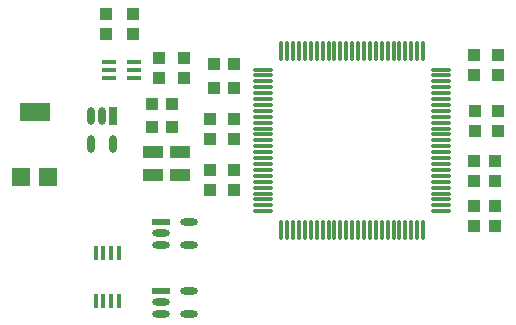
<source format=gtp>
%FSLAX43Y43*%
%MOMM*%
G71*
G01*
G75*
G04 Layer_Color=8421504*
%ADD10O,1.500X0.600*%
%ADD11R,1.500X0.600*%
%ADD12O,1.800X0.300*%
%ADD13O,0.300X1.800*%
%ADD14O,0.700X1.500*%
%ADD15R,0.700X1.500*%
%ADD16R,0.350X1.200*%
%ADD17R,1.000X1.100*%
%ADD18R,2.541X1.500*%
%ADD19R,1.500X1.500*%
%ADD20R,1.150X0.450*%
%ADD21R,1.700X1.100*%
%ADD22R,1.100X1.000*%
%ADD23C,0.254*%
%ADD24C,0.500*%
%ADD25C,1.000*%
%ADD26C,0.762*%
%ADD27C,1.500*%
%ADD28R,1.500X1.500*%
%ADD29C,2.286*%
%ADD30C,2.032*%
%ADD31C,0.254*%
%ADD32C,1.016*%
%ADD33C,1.524*%
%ADD34C,1.916*%
G04:AMPARAMS|DCode=35|XSize=2.424mm|YSize=2.424mm|CornerRadius=0mm|HoleSize=0mm|Usage=FLASHONLY|Rotation=0.000|XOffset=0mm|YOffset=0mm|HoleType=Round|Shape=Relief|Width=0.254mm|Gap=0.254mm|Entries=4|*
%AMTHD35*
7,0,0,2.424,1.916,0.254,45*
%
%ADD35THD35*%
G04:AMPARAMS|DCode=36|XSize=2.032mm|YSize=2.032mm|CornerRadius=0mm|HoleSize=0mm|Usage=FLASHONLY|Rotation=0.000|XOffset=0mm|YOffset=0mm|HoleType=Round|Shape=Relief|Width=0.254mm|Gap=0.254mm|Entries=4|*
%AMTHD36*
7,0,0,2.032,1.524,0.254,45*
%
%ADD36THD36*%
%ADD37C,2.718*%
%ADD38C,2.516*%
%ADD39C,1.219*%
%ADD40C,0.250*%
%ADD41C,0.600*%
%ADD42C,0.200*%
%ADD43C,0.100*%
%ADD44C,0.102*%
D10*
X45250Y39300D02*
D03*
Y41200D02*
D03*
X42850Y39300D02*
D03*
Y40250D02*
D03*
X45225Y45150D02*
D03*
Y47050D02*
D03*
X42825Y45150D02*
D03*
Y46100D02*
D03*
D11*
X42850Y41200D02*
D03*
X42825Y47050D02*
D03*
D12*
X51505Y59975D02*
D03*
Y59475D02*
D03*
Y58975D02*
D03*
Y58475D02*
D03*
Y57975D02*
D03*
Y57475D02*
D03*
Y56975D02*
D03*
Y56475D02*
D03*
Y55975D02*
D03*
Y55475D02*
D03*
Y54975D02*
D03*
Y54475D02*
D03*
Y53975D02*
D03*
Y53475D02*
D03*
Y52975D02*
D03*
Y52475D02*
D03*
Y51975D02*
D03*
Y51475D02*
D03*
Y50975D02*
D03*
Y50475D02*
D03*
Y49975D02*
D03*
Y49475D02*
D03*
Y48975D02*
D03*
Y48475D02*
D03*
Y47975D02*
D03*
X66605D02*
D03*
Y48475D02*
D03*
Y48975D02*
D03*
Y49475D02*
D03*
Y49975D02*
D03*
Y50475D02*
D03*
Y50975D02*
D03*
Y51475D02*
D03*
Y51975D02*
D03*
Y52475D02*
D03*
Y52975D02*
D03*
Y53475D02*
D03*
Y53975D02*
D03*
Y54475D02*
D03*
Y54975D02*
D03*
Y55475D02*
D03*
Y55975D02*
D03*
Y56475D02*
D03*
Y56975D02*
D03*
Y57475D02*
D03*
Y57975D02*
D03*
Y58475D02*
D03*
Y58975D02*
D03*
Y59475D02*
D03*
Y59975D02*
D03*
D13*
X53055Y46425D02*
D03*
X53555D02*
D03*
X54055D02*
D03*
X54555D02*
D03*
X55055D02*
D03*
X55555D02*
D03*
X56055D02*
D03*
X56555D02*
D03*
X57055D02*
D03*
X57555D02*
D03*
X58055D02*
D03*
X58555D02*
D03*
X59055D02*
D03*
X59555D02*
D03*
X60055D02*
D03*
X60555D02*
D03*
X61055D02*
D03*
X61555D02*
D03*
X62055D02*
D03*
X62555D02*
D03*
X63055D02*
D03*
X63555D02*
D03*
X64055D02*
D03*
X64555D02*
D03*
X65055D02*
D03*
Y61525D02*
D03*
X64555D02*
D03*
X64055D02*
D03*
X63555D02*
D03*
X63055D02*
D03*
X62555D02*
D03*
X62055D02*
D03*
X61555D02*
D03*
X61055D02*
D03*
X60555D02*
D03*
X60055D02*
D03*
X59555D02*
D03*
X59055D02*
D03*
X58555D02*
D03*
X58055D02*
D03*
X57555D02*
D03*
X57055D02*
D03*
X56555D02*
D03*
X56055D02*
D03*
X55555D02*
D03*
X55055D02*
D03*
X54555D02*
D03*
X54055D02*
D03*
X53555D02*
D03*
X53055D02*
D03*
D14*
X36925Y53675D02*
D03*
X38825D02*
D03*
X36925Y56075D02*
D03*
X37875D02*
D03*
D15*
X38825D02*
D03*
D16*
X39275Y44400D02*
D03*
X38625D02*
D03*
X37975D02*
D03*
X37325D02*
D03*
X39275Y40400D02*
D03*
X38625D02*
D03*
X37975D02*
D03*
X37325D02*
D03*
D17*
X44831Y59260D02*
D03*
Y60960D02*
D03*
X42672Y59260D02*
D03*
Y60960D02*
D03*
X46990Y51484D02*
D03*
Y49784D02*
D03*
X49022Y51484D02*
D03*
Y49784D02*
D03*
X38227Y64692D02*
D03*
Y62992D02*
D03*
X40513Y64692D02*
D03*
Y62992D02*
D03*
X69342Y48436D02*
D03*
Y46736D02*
D03*
X71120Y48436D02*
D03*
Y46736D02*
D03*
X46990Y54053D02*
D03*
Y55753D02*
D03*
X49022Y54053D02*
D03*
Y55753D02*
D03*
X69469Y56437D02*
D03*
Y54737D02*
D03*
X71374Y56437D02*
D03*
Y54737D02*
D03*
X69342Y59514D02*
D03*
Y61214D02*
D03*
X71374Y59514D02*
D03*
Y61214D02*
D03*
X69342Y50497D02*
D03*
Y52197D02*
D03*
X71120Y50497D02*
D03*
Y52197D02*
D03*
D18*
X32175Y56350D02*
D03*
D19*
X31025Y50850D02*
D03*
X33325D02*
D03*
D20*
X38422Y60594D02*
D03*
Y59944D02*
D03*
Y59294D02*
D03*
X40572D02*
D03*
Y59944D02*
D03*
Y60594D02*
D03*
D21*
X44464Y52954D02*
D03*
X42164D02*
D03*
X44464Y51054D02*
D03*
X42164D02*
D03*
D22*
X42115Y55118D02*
D03*
X43815D02*
D03*
X42115Y57023D02*
D03*
X43815D02*
D03*
X49025Y58450D02*
D03*
X47325D02*
D03*
Y60425D02*
D03*
X49025D02*
D03*
M02*

</source>
